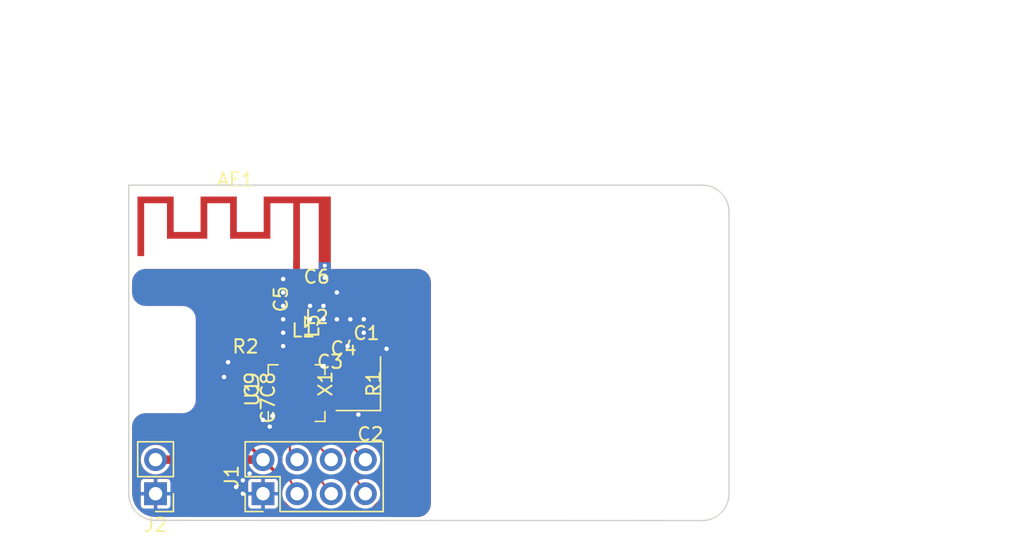
<source format=kicad_pcb>
(kicad_pcb (version 20201116) (generator pcbnew)
  (layers (0 "F.Cu" signal) (31 "B.Cu" signal) (34 "B.Paste" user) (35 "F.Paste" user) (36 "B.SilkS" user "B.Silkscreen") (37 "F.SilkS" user "F.Silkscreen") (38 "B.Mask" user) (39 "F.Mask" user) (44 "Edge.Cuts" user))
  (net 0 "")
  (net 1 "Net-(AE1-Pad1)")
  (net 2 "Net-(C1-Pad1)")
  (net 3 "EP")
  (net 4 "Net-(C2-Pad1)")
  (net 5 "Net-(C3-Pad2)")
  (net 6 "Net-(C5-Pad1)")
  (net 7 "VDD")
  (net 8 "Net-(C7-Pad1)")
  (net 9 "Net-(L1-Pad1)")
  (net 10 "Net-(L1-Pad2)")
  (net 11 "CE")
  (net 12 "Net-(R2-Pad2)")
  (net 13 "CSN")
  (net 14 "SCK")
  (net 15 "MOSI")
  (net 16 "MISO")
  (net 17 "IRQ")
  (footprint "Capacitor_SMD:C_0402_1005Metric" (layer "F.Cu") (at 55 102 180)
    (fp_text reference "C3" (at 0 -1.17) (layer "F.SilkS"))
    (fp_text value "2.2nF")
    (pad "1" smd roundrect (at -0.485 0 180) (size 0.59 0.64) (layers "F.Cu" "F.Paste" "F.Mask") (net 3 "EP"))
    (pad "2" smd roundrect (at 0.485 0 180) (size 0.59 0.64) (layers "F.Cu" "F.Paste" "F.Mask") (net 5 "Net-(C3-Pad2)"))
  )
  (footprint "Capacitor_SMD:C_0402_1005Metric" (layer "F.Cu") (at 48 104.9 -90)
    (fp_text reference "C9" (at 0 -1.17 90) (layer "F.SilkS"))
    (fp_text value "10nF")
    (pad "1" smd roundrect (at -0.485 0 270) (size 0.59 0.64) (layers "F.Cu" "F.Paste" "F.Mask") (net 3 "EP"))
    (pad "2" smd roundrect (at 0.485 0 270) (size 0.59 0.64) (layers "F.Cu" "F.Paste" "F.Mask") (net 7 "VDD"))
  )
  (footprint "Inductor_SMD:L_0402_1005Metric" (layer "F.Cu") (at 53 102)
    (fp_text reference "L1" (at 0 -1.17) (layer "F.SilkS"))
    (fp_text value "8.2nH")
    (pad "1" smd roundrect (at -0.485 0) (size 0.59 0.64) (layers "F.Cu" "F.Paste" "F.Mask") (net 9 "Net-(L1-Pad1)"))
    (pad "2" smd roundrect (at 0.485 0) (size 0.59 0.64) (layers "F.Cu" "F.Paste" "F.Mask") (net 10 "Net-(L1-Pad2)"))
  )
  (footprint "Resistor_SMD:R_0402_1005Metric" (layer "F.Cu") (at 59.4 104.8 90)
    (fp_text reference "R1" (at 0 -1.17 90) (layer "F.SilkS"))
    (fp_text value "DNP")
    (pad "1" smd roundrect (at -0.485 0 90) (size 0.59 0.64) (layers "F.Cu" "F.Paste" "F.Mask") (net 4 "Net-(C2-Pad1)"))
    (pad "2" smd roundrect (at 0.485 0 90) (size 0.59 0.64) (layers "F.Cu" "F.Paste" "F.Mask") (net 2 "Net-(C1-Pad1)"))
  )
  (footprint "buttonNRF24Board:hole1.8" (layer "F.Cu") (at 81.7 105.8)
    (fp_text reference "H4" hide)
    (fp_text value "MountingHole" hide)
    (pad "" np_thru_hole circle (at 0 0) (size 1.8 1.8) (drill 1.8) (layers F&B.Cu *.Mask))
  )
  (footprint "Capacitor_SMD:C_0402_1005Metric" (layer "F.Cu") (at 57.7 102.2)
    (fp_text reference "C1" (at 0 -1.17) (layer "F.SilkS"))
    (fp_text value "12pF")
    (pad "1" smd roundrect (at -0.485 0) (size 0.59 0.64) (layers "F.Cu" "F.Paste" "F.Mask") (net 2 "Net-(C1-Pad1)"))
    (pad "2" smd roundrect (at 0.485 0) (size 0.59 0.64) (layers "F.Cu" "F.Paste" "F.Mask") (net 3 "EP"))
  )
  (footprint "Capacitor_SMD:C_0402_1005Metric" (layer "F.Cu") (at 58 107.4 180)
    (fp_text reference "C2" (at 0 -1.17) (layer "F.SilkS"))
    (fp_text value "12pF")
    (pad "1" smd roundrect (at -0.485 0 180) (size 0.59 0.64) (layers "F.Cu" "F.Paste" "F.Mask") (net 4 "Net-(C2-Pad1)"))
    (pad "2" smd roundrect (at 0.485 0 180) (size 0.59 0.64) (layers "F.Cu" "F.Paste" "F.Mask") (net 3 "EP"))
  )
  (footprint "Crystal:Crystal_SMD_3225-4Pin_3.2x2.5mm" (layer "F.Cu") (at 57.1 104.8 90)
    (fp_text reference "X1" (at 0 -2.45 90) (layer "F.SilkS"))
    (fp_text value "16MHz")
    (fp_line (start -2 -1.65) (end -2 1.65) (layer "F.SilkS") (width 0.12))
    (fp_line (start -2 1.65) (end 2 1.65) (layer "F.SilkS") (width 0.12))
    (pad "1" smd rect (at -1.1 0.85 90) (size 1.4 1.2) (layers "F.Cu" "F.Paste" "F.Mask") (net 4 "Net-(C2-Pad1)"))
    (pad "2" smd rect (at 1.1 0.85 90) (size 1.4 1.2) (layers "F.Cu" "F.Paste" "F.Mask") (net 3 "EP"))
    (pad "3" smd rect (at 1.1 -0.85 90) (size 1.4 1.2) (layers "F.Cu" "F.Paste" "F.Mask") (net 2 "Net-(C1-Pad1)"))
    (pad "4" smd rect (at -1.1 -0.85 90) (size 1.4 1.2) (layers "F.Cu" "F.Paste" "F.Mask") (net 3 "EP"))
  )
  (footprint "Inductor_SMD:L_0402_1005Metric" (layer "F.Cu") (at 52.5 100.5 -90)
    (fp_text reference "L3" (at 0 -1.17 90) (layer "F.SilkS"))
    (fp_text value "3.9nH")
    (pad "1" smd roundrect (at -0.485 0 270) (size 0.59 0.64) (layers "F.Cu" "F.Paste" "F.Mask") (net 6 "Net-(C5-Pad1)"))
    (pad "2" smd roundrect (at 0.485 0 270) (size 0.59 0.64) (layers "F.Cu" "F.Paste" "F.Mask") (net 9 "Net-(L1-Pad1)"))
  )
  (footprint "Capacitor_SMD:C_0402_1005Metric" (layer "F.Cu") (at 49.2 104.9 -90)
    (fp_text reference "C8" (at 0 -1.17 90) (layer "F.SilkS"))
    (fp_text value "1nF")
    (pad "1" smd roundrect (at -0.485 0 270) (size 0.59 0.64) (layers "F.Cu" "F.Paste" "F.Mask") (net 3 "EP"))
    (pad "2" smd roundrect (at 0.485 0 270) (size 0.59 0.64) (layers "F.Cu" "F.Paste" "F.Mask") (net 7 "VDD"))
  )
  (footprint "Capacitor_SMD:C_0402_1005Metric" (layer "F.Cu") (at 56 101 180)
    (fp_text reference "C4" (at 0 -1.17) (layer "F.SilkS"))
    (fp_text value "4.7pF")
    (pad "1" smd roundrect (at -0.485 0 180) (size 0.59 0.64) (layers "F.Cu" "F.Paste" "F.Mask") (net 3 "EP"))
    (pad "2" smd roundrect (at 0.485 0 180) (size 0.59 0.64) (layers "F.Cu" "F.Paste" "F.Mask") (net 5 "Net-(C3-Pad2)"))
  )
  (footprint "Resistor_SMD:R_0402_1005Metric" (layer "F.Cu") (at 48.7 103.2)
    (fp_text reference "R2" (at 0 -1.17) (layer "F.SilkS"))
    (fp_text value "22k")
    (pad "1" smd roundrect (at -0.485 0) (size 0.59 0.64) (layers "F.Cu" "F.Paste" "F.Mask") (net 3 "EP"))
    (pad "2" smd roundrect (at 0.485 0) (size 0.59 0.64) (layers "F.Cu" "F.Paste" "F.Mask") (net 12 "Net-(R2-Pad2)"))
  )
  (footprint "RF_Antenna:Texas_SWRA117D_2.4GHz_Left" (layer "F.Cu") (at 52.5 96)
    (fp_text reference "AE1" (at -4.55 -6.41) (layer "F.SilkS"))
    (fp_text value "Antenna")
    (fp_poly (pts (xy -2.45 -2.51) (xy -4.45 -2.51) (xy -4.45 -5.15) (xy -7.15 -5.15) (xy -7.15 -2.51) (xy -9.15 -2.51) (xy -9.15 -5.15) (xy -11.85 -5.15) (xy -11.85 -0.71) (xy -11.35 -0.71) (xy -11.35 -4.65) (xy -9.65 -4.65) (xy -9.65 -2.01) (xy -6.65 -2.01) (xy -6.65 -4.65) (xy -4.95 -4.65) (xy -4.95 -2.01) (xy -1.95 -2.01) (xy -1.95 -4.65) (xy -0.25 -4.65) (xy -0.25 0.25) (xy 0.25 0.25) (xy 0.25 -4.65) (xy 1.65 -4.65) (xy 1.65 0.25) (xy 2.55 0.25) (xy 2.55 0.006785) (xy 2.247583 0.006785) (xy 2.237742 0.054395) (xy 2.213674 0.096797) (xy 2.175731 0.129581) (xy 2.167819 0.133935) (xy 2.125156 0.146043) (xy 2.076637 0.1453) (xy 2.031122 0.1324) (xy 2.012511 0.121787) (xy 1.978868 0.086553) (xy 1.958309 0.041368) (xy 1.951778 -0.008158) (xy 1.960218 -0.056417) (xy 1.977112 -0.088643) (xy 2.012372 -0.121313) (xy 2.057682 -0.141408) (xy 2.107267 -0.147982) (xy 2.155353 -0.140092) (xy 2.188245 -0.123186) (xy 2.223185 -0.086416) (xy 2.242847 -0.041622) (xy 2.247583 0.006785) (xy 2.55 0.006785) (xy 2.55 -5.15) (xy -2.45 -5.15) (xy -2.45 -2.51)) (layer "F.Cu") (width 0) (fill solid))
    (pad "1" connect rect (at 0 0) (size 0.5 0.5) (layers "F.Cu") (net 1 "Net-(AE1-Pad1)"))
    (pad "2" thru_hole rect (at 2.1 0) (size 0.9 0.5) (drill 0.3) (layers *.Cu) (net 3 "EP"))
  )
  (footprint "Capacitor_SMD:C_0402_1005Metric" (layer "F.Cu") (at 54 98)
    (fp_text reference "C6" (at 0 -1.17) (layer "F.SilkS"))
    (fp_text value "1.0pF")
    (pad "1" smd roundrect (at -0.485 0) (size 0.59 0.64) (layers "F.Cu" "F.Paste" "F.Mask") (net 1 "Net-(AE1-Pad1)"))
    (pad "2" smd roundrect (at 0.485 0) (size 0.59 0.64) (layers "F.Cu" "F.Paste" "F.Mask") (net 3 "EP"))
  )
  (footprint "buttonNRF24Board:hole1.8" (layer "F.Cu") (at 43 104.65)
    (fp_text reference "H2" hide)
    (fp_text value "MountingHole" hide)
    (pad "" np_thru_hole circle (at 0 0) (size 1.8 1.8) (drill 1.8) (layers F&B.Cu *.Mask))
  )
  (footprint "Connector_PinHeader_2.54mm:PinHeader_2x04_P2.54mm_Vertical" (layer "F.Cu") (at 50 113 90)
    (fp_text reference "J1" (at 1.27 -2.33 90) (layer "F.SilkS"))
    (fp_text value "INTERFACE")
    (fp_line (start -1.33 0) (end -1.33 -1.33) (layer "F.SilkS") (width 0.12))
    (fp_line (start -1.33 8.95) (end 3.87 8.95) (layer "F.SilkS") (width 0.12))
    (fp_line (start -1.33 1.27) (end 1.27 1.27) (layer "F.SilkS") (width 0.12))
    (fp_line (start 1.27 -1.33) (end 3.87 -1.33) (layer "F.SilkS") (width 0.12))
    (fp_line (start 1.27 1.27) (end 1.27 -1.33) (layer "F.SilkS") (width 0.12))
    (fp_line (start 3.87 -1.33) (end 3.87 8.95) (layer "F.SilkS") (width 0.12))
    (fp_line (start -1.33 -1.33) (end 0 -1.33) (layer "F.SilkS") (width 0.12))
    (fp_line (start -1.33 1.27) (end -1.33 8.95) (layer "F.SilkS") (width 0.12))
    (pad "1" thru_hole rect (at 0 0 90) (size 1.7 1.7) (drill 1) (layers *.Cu *.Mask) (net 3 "EP"))
    (pad "2" thru_hole oval (at 2.54 0 90) (size 1.7 1.7) (drill 1) (layers *.Cu *.Mask) (net 7 "VDD"))
    (pad "3" thru_hole oval (at 0 2.54 90) (size 1.7 1.7) (drill 1) (layers *.Cu *.Mask) (net 11 "CE"))
    (pad "4" thru_hole oval (at 2.54 2.54 90) (size 1.7 1.7) (drill 1) (layers *.Cu *.Mask) (net 13 "CSN"))
    (pad "5" thru_hole oval (at 0 5.08 90) (size 1.7 1.7) (drill 1) (layers *.Cu *.Mask) (net 14 "SCK"))
    (pad "6" thru_hole oval (at 2.54 5.08 90) (size 1.7 1.7) (drill 1) (layers *.Cu *.Mask) (net 15 "MOSI"))
    (pad "7" thru_hole oval (at 0 7.62 90) (size 1.7 1.7) (drill 1) (layers *.Cu *.Mask) (net 16 "MISO"))
    (pad "8" thru_hole oval (at 2.54 7.62 90) (size 1.7 1.7) (drill 1) (layers *.Cu *.Mask) (net 17 "IRQ"))
  )
  (footprint "Inductor_SMD:L_0402_1005Metric" (layer "F.Cu") (at 54 101)
    (fp_text reference "L2" (at 0 -1.17) (layer "F.SilkS"))
    (fp_text value "2.7nH")
    (pad "1" smd roundrect (at -0.485 0) (size 0.59 0.64) (layers "F.Cu" "F.Paste" "F.Mask") (net 10 "Net-(L1-Pad2)"))
    (pad "2" smd roundrect (at 0.485 0) (size 0.59 0.64) (layers "F.Cu" "F.Paste" "F.Mask") (net 5 "Net-(C3-Pad2)"))
  )
  (footprint "Capacitor_SMD:C_0402_1005Metric" (layer "F.Cu") (at 49.2 106.8 -90)
    (fp_text reference "C7" (at 0 -1.17 90) (layer "F.SilkS"))
    (fp_text value "33nF")
    (pad "1" smd roundrect (at -0.485 0 270) (size 0.59 0.64) (layers "F.Cu" "F.Paste" "F.Mask") (net 8 "Net-(C7-Pad1)"))
    (pad "2" smd roundrect (at 0.485 0 270) (size 0.59 0.64) (layers "F.Cu" "F.Paste" "F.Mask") (net 3 "EP"))
  )
  (footprint "Package_DFN_QFN:QFN-20-1EP_4x4mm_P0.5mm_EP2.5x2.5mm" (layer "F.Cu") (at 52.5 105.5 90)
    (fp_text reference "U1" (at 0 -3.3 90) (layer "F.SilkS"))
    (fp_text value "NRF24L01")
    (fp_line (start 2.11 -2.11) (end 2.11 -1.385) (layer "F.SilkS") (width 0.12))
    (fp_line (start -2.11 2.11) (end -2.11 1.385) (layer "F.SilkS") (width 0.12))
    (fp_line (start 2.11 2.11) (end 2.11 1.385) (layer "F.SilkS") (width 0.12))
    (fp_line (start 1.385 2.11) (end 2.11 2.11) (layer "F.SilkS") (width 0.12))
    (fp_line (start -1.385 2.11) (end -2.11 2.11) (layer "F.SilkS") (width 0.12))
    (fp_line (start 1.385 -2.11) (end 2.11 -2.11) (layer "F.SilkS") (width 0.12))
    (fp_line (start -1.385 -2.11) (end -2.11 -2.11) (layer "F.SilkS") (width 0.12))
    (pad "1" smd roundrect (at -1.9375 -1 90) (size 0.825 0.25) (layers "F.Cu" "F.Paste" "F.Mask") (net 11 "CE"))
    (pad "2" smd roundrect (at -1.9375 -0.5 90) (size 0.825 0.25) (layers "F.Cu" "F.Paste" "F.Mask") (net 13 "CSN"))
    (pad "3" smd roundrect (at -1.9375 0 90) (size 0.825 0.25) (layers "F.Cu" "F.Paste" "F.Mask") (net 14 "SCK"))
    (pad "4" smd roundrect (at -1.9375 0.5 90) (size 0.825 0.25) (layers "F.Cu" "F.Paste" "F.Mask") (net 15 "MOSI"))
    (pad "5" smd roundrect (at -1.9375 1 90) (size 0.825 0.25) (layers "F.Cu" "F.Paste" "F.Mask") (net 16 "MISO"))
    (pad "6" smd roundrect (at -1 1.9375 90) (size 0.25 0.825) (layers "F.Cu" "F.Paste" "F.Mask") (net 17 "IRQ"))
    (pad "7" smd roundrect (at -0.5 1.9375 90) (size 0.25 0.825) (layers "F.Cu" "F.Paste" "F.Mask") (net 7 "VDD"))
    (pad "8" smd roundrect (at 0 1.9375 90) (size 0.25 0.825) (layers "F.Cu" "F.Paste" "F.Mask") (net 3 "EP"))
    (pad "9" smd roundrect (at 0.5 1.9375 90) (size 0.25 0.825) (layers "F.Cu" "F.Paste" "F.Mask") (net 4 "Net-(C2-Pad1)"))
    (pad "10" smd roundrect (at 1 1.9375 90) (size 0.25 0.825) (layers "F.Cu" "F.Paste" "F.Mask") (net 2 "Net-(C1-Pad1)"))
    (pad "11" smd roundrect (at 1.9375 1 90) (size 0.825 0.25) (layers "F.Cu" "F.Paste" "F.Mask") (net 5 "Net-(C3-Pad2)"))
    (pad "12" smd roundrect (at 1.9375 0.5 90) (size 0.825 0.25) (layers "F.Cu" "F.Paste" "F.Mask") (net 10 "Net-(L1-Pad2)"))
    (pad "13" smd roundrect (at 1.9375 0 90) (size 0.825 0.25) (layers "F.Cu" "F.Paste" "F.Mask") (net 9 "Net-(L1-Pad1)"))
    (pad "14" smd roundrect (at 1.9375 -0.5 90) (size 0.825 0.25) (layers "F.Cu" "F.Paste" "F.Mask") (net 3 "EP"))
    (pad "15" smd roundrect (at 1.9375 -1 90) (size 0.825 0.25) (layers "F.Cu" "F.Paste" "F.Mask") (net 7 "VDD"))
    (pad "16" smd roundrect (at 1 -1.9375 90) (size 0.25 0.825) (layers "F.Cu" "F.Paste" "F.Mask") (net 12 "Net-(R2-Pad2)"))
    (pad "17" smd roundrect (at 0.5 -1.9375 90) (size 0.25 0.825) (layers "F.Cu" "F.Paste" "F.Mask") (net 3 "EP"))
    (pad "18" smd roundrect (at 0 -1.9375 90) (size 0.25 0.825) (layers "F.Cu" "F.Paste" "F.Mask") (net 7 "VDD"))
    (pad "19" smd roundrect (at -0.5 -1.9375 90) (size 0.25 0.825) (layers "F.Cu" "F.Paste" "F.Mask") (net 8 "Net-(C7-Pad1)"))
    (pad "20" smd roundrect (at -1 -1.9375 90) (size 0.25 0.825) (layers "F.Cu" "F.Paste" "F.Mask") (net 3 "EP"))
    (pad "21" smd roundrect (at 0 0 90) (size 2.5 2.5) (layers "F.Cu" "F.Mask") (roundrect_rratio 0.1) (net 3 "EP"))
  )
  (footprint "Capacitor_SMD:C_0402_1005Metric" (layer "F.Cu") (at 52.5 98.5 90)
    (fp_text reference "C5" (at 0 -1.17 90) (layer "F.SilkS"))
    (fp_text value "1.5pF")
    (pad "1" smd roundrect (at -0.485 0 90) (size 0.59 0.64) (layers "F.Cu" "F.Paste" "F.Mask") (net 6 "Net-(C5-Pad1)"))
    (pad "2" smd roundrect (at 0.485 0 90) (size 0.59 0.64) (layers "F.Cu" "F.Paste" "F.Mask") (net 1 "Net-(AE1-Pad1)"))
  )
  (footprint "Connector_PinHeader_2.54mm:PinHeader_1x02_P2.54mm_Vertical" (layer "F.Cu") (at 42 113 180)
    (fp_text reference "J2" (at 0 -2.33) (layer "F.SilkS"))
    (fp_text value "2SAA")
    (fp_line (start -1.33 0) (end -1.33 -1.33) (layer "F.SilkS") (width 0.12))
    (fp_line (start -1.33 3.87) (end 1.33 3.87) (layer "F.SilkS") (width 0.12))
    (fp_line (start -1.33 1.27) (end 1.33 1.27) (layer "F.SilkS") (width 0.12))
    (fp_line (start -1.33 1.27) (end -1.33 3.87) (layer "F.SilkS") (width 0.12))
    (fp_line (start -1.33 -1.33) (end 0 -1.33) (layer "F.SilkS") (width 0.12))
    (fp_line (start 1.33 1.27) (end 1.33 3.87) (layer "F.SilkS") (width 0.12))
    (pad "1" thru_hole rect (at 0 0 180) (size 1.7 1.7) (drill 1) (layers *.Cu *.Mask) (net 3 "EP"))
    (pad "2" thru_hole oval (at 0 2.54 180) (size 1.7 1.7) (drill 1) (layers *.Cu *.Mask) (net 7 "VDD"))
  )
  (footprint "buttonNRF24Board:hole2.2" (layer "F.Cu") (at 81.7 109.3)
    (fp_text reference "H3" hide)
    (fp_text value "MountingHole" hide)
    (pad "" np_thru_hole circle (at 0 0) (size 2.2 2.2) (drill 2.2) (layers F&B.Cu *.Mask))
  )
  (footprint "buttonNRF24Board:hole2.2" (layer "F.Cu") (at 43 101.15)
    (fp_text reference "H1" hide)
    (fp_text value "MountingHole" hide)
    (pad "" np_thru_hole circle (at 0 0) (size 2.2 2.2) (drill 2.2) (layers F&B.Cu *.Mask))
  )
  (gr_arc (start 42 112.985786) (end 42 114.985786) (angle 90) (layer "Edge.Cuts") (width 0.1))
  (gr_line (start 40 112.985786) (end 40 90) (layer "Edge.Cuts") (width 0.1))
  (gr_arc (start 82.7 92) (end 84.7 92) (angle -90) (layer "Edge.Cuts") (width 0.1))
  (gr_arc (start 82.7 113) (end 84.7 113) (angle 90) (layer "Edge.Cuts") (width 0.1))
  (gr_line (start 40 90) (end 82.7 90) (layer "Edge.Cuts") (width 0.1))
  (gr_line (start 84.7 92) (end 84.7 113) (layer "Edge.Cuts") (width 0.1))
  (gr_line (start 82.7 115) (end 42 114.985786) (layer "Edge.Cuts") (width 0.1))
  (segment (start 53.5 98.015) (end 53.515 98) (width 0.254) (layer "F.Cu") (net 1))
  (segment (start 52.5 98.015) (end 53.5 98.015) (width 0.254) (layer "F.Cu") (net 1))
  (segment (start 52.5 96) (end 52.5 98.015) (width 0.254) (layer "F.Cu") (net 1))
  (segment (start 56.9 102.735) (end 56.25 103.7) (width 0.254) (layer "F.Cu") (net 2))
  (segment (start 57.215 102.2) (end 56.9 102.735) (width 0.254) (layer "F.Cu") (net 2))
  (segment (start 59.4 104.315) (end 59.08639 104.62861) (width 0.1524) (layer "F.Cu") (net 2))
  (segment (start 59.08639 104.62861) (end 57.17861 104.62861) (width 0.1524) (layer "F.Cu") (net 2))
  (segment (start 55.2 104.4) (end 56.25 103.7) (width 0.1524) (layer "F.Cu") (net 2))
  (segment (start 57.17861 104.62861) (end 56.25 103.7) (width 0.1524) (layer "F.Cu") (net 2))
  (segment (start 54.4375 104.5) (end 55.2 104.4) (width 0.1524) (layer "F.Cu") (net 2))
  (segment (start 51.5 102) (end 52 102.5) (width 0.254) (layer "F.Cu") (net 3))
  (segment (start 52 102.5) (end 52 103.5625) (width 0.254) (layer "F.Cu") (net 3))
  (segment (start 54.6 96.9) (end 54.6 97.885) (width 0.254) (layer "F.Cu") (net 3))
  (segment (start 49.221058 104.415) (end 49.806058 105) (width 0.254) (layer "F.Cu") (net 3))
  (segment (start 51.5 106.5) (end 52.5 105.5) (width 0.25) (layer "F.Cu") (net 3))
  (segment (start 47.885 104.3) (end 48 104.415) (width 0.254) (layer "F.Cu") (net 3))
  (segment (start 47.1 104.3) (end 47.885 104.3) (width 0.254) (layer "F.Cu") (net 3))
  (segment (start 56.25 106.135) (end 57.515 107.4) (width 0.254) (layer "F.Cu") (net 3))
  (segment (start 55.485 102) (end 55.2 102.6) (width 0.1524) (layer "F.Cu") (net 3))
  (segment (start 55.85 105.5) (end 56.25 105.9) (width 0.254) (layer "F.Cu") (net 3))
  (segment (start 54.6 97.885) (end 54.485 98) (width 0.254) (layer "F.Cu") (net 3))
  (segment (start 50.5625 106.5) (end 51.5 106.5) (width 0.25) (layer "F.Cu") (net 3))
  (segment (start 49.806058 105) (end 50.5625 105) (width 0.254) (layer "F.Cu") (net 3))
  (segment (start 56.25 105.9) (end 56.25 106.135) (width 0.254) (layer "F.Cu") (net 3))
  (segment (start 55.2 102.6) (end 54.5 103.5) (width 0.1524) (layer "F.Cu") (net 3))
  (segment (start 52 105) (end 52.5 105.5) (width 0.25) (layer "F.Cu") (net 3))
  (segment (start 54.6 96) (end 54.6 96.9) (width 0.254) (layer "F.Cu") (net 3))
  (segment (start 54.4375 105.5) (end 55.85 105.5) (width 0.254) (layer "F.Cu") (net 3))
  (segment (start 50.5625 105) (end 52 105) (width 0.25) (layer "F.Cu") (net 3))
  (segment (start 49.2 104.415) (end 49.221058 104.415) (width 0.254) (layer "F.Cu") (net 3))
  (segment (start 55.485 102) (end 56.5 102) (width 0.254) (layer "F.Cu") (net 3))
  (via (at 51.5 102) (size 0.6858) (drill 0.3302) (layers "F.Cu" "B.Cu") (net 3))
  (via (at 48.5 112) (size 0.6858) (drill 0.3302) (layers "F.Cu" "B.Cu") (net 3))
  (via (at 53.5 99) (size 0.6858) (drill 0.3302) (layers "F.Cu" "B.Cu") (net 3))
  (via (at 56.3 102) (size 0.6858) (drill 0.3302) (layers "F.Cu" "B.Cu") (net 3))
  (via (at 53.5 100) (size 0.6858) (drill 0.3302) (layers "F.Cu" "B.Cu") (net 3))
  (via (at 54.6 96.9) (size 0.6858) (drill 0.3302) (layers "F.Cu" "B.Cu") (net 3))
  (via (at 57.1 107.1) (size 0.6858) (drill 0.3302) (layers "F.Cu" "B.Cu") (net 3))
  (via (at 56.5 100) (size 0.6858) (drill 0.3302) (layers "F.Cu" "B.Cu") (net 3))
  (via (at 49 111.5) (size 0.6858) (drill 0.3302) (layers "F.Cu" "B.Cu") (net 3))
  (via (at 59.2 102.2) (size 0.6858) (drill 0.3302) (layers "F.Cu" "B.Cu") (net 3))
  (via (at 50 107.5) (size 0.6858) (drill 0.3302) (layers "F.Cu" "B.Cu") (net 3))
  (via (at 55.5 98) (size 0.6858) (drill 0.3302) (layers "F.Cu" "B.Cu") (net 3))
  (via (at 51.5 101) (size 0.6858) (drill 0.3302) (layers "F.Cu" "B.Cu") (net 3))
  (via (at 54.5 103.5) (size 0.6858) (drill 0.3302) (layers "F.Cu" "B.Cu") (net 3))
  (via (at 50.5 108) (size 0.6858) (drill 0.3302) (layers "F.Cu" "B.Cu") (net 3))
  (via (at 51.5 98) (size 0.6858) (drill 0.3302) (layers "F.Cu" "B.Cu") (net 3))
  (via (at 54.5 100) (size 0.6858) (drill 0.3302) (layers "F.Cu" "B.Cu") (net 3))
  (via (at 57.5 101) (size 0.6858) (drill 0.3302) (layers "F.Cu" "B.Cu") (net 3))
  (via (at 47.1 104.3) (size 0.6858) (drill 0.3302) (layers "F.Cu" "B.Cu") (net 3))
  (via (at 57.5 100) (size 0.6858) (drill 0.3302) (layers "F.Cu" "B.Cu") (net 3))
  (via (at 48.5 113) (size 0.6858) (drill 0.3302) (layers "F.Cu" "B.Cu") (net 3))
  (via (at 47.4 103.2) (size 0.6858) (drill 0.3302) (layers "F.Cu" "B.Cu") (net 3))
  (via (at 51.5 97) (size 0.6858) (drill 0.3302) (layers "F.Cu" "B.Cu") (net 3))
  (via (at 50.7 107.2) (size 0.6858) (drill 0.3302) (layers "F.Cu" "B.Cu") (net 3))
  (via (at 51.5 100) (size 0.6858) (drill 0.3302) (layers "F.Cu" "B.Cu") (net 3))
  (via (at 51.5 99) (size 0.6858) (drill 0.3302) (layers "F.Cu" "B.Cu") (net 3))
  (via (at 54.5 99) (size 0.6858) (drill 0.3302) (layers "F.Cu" "B.Cu") (net 3))
  (via (at 48 112.5) (size 0.6858) (drill 0.3302) (layers "F.Cu" "B.Cu") (net 3))
  (via (at 55.5 100) (size 0.6858) (drill 0.3302) (layers "F.Cu" "B.Cu") (net 3))
  (segment (start 54.6 96) (end 54.6 97.1) (width 0.254) (layer "B.Cu") (net 3))
  (segment (start 57.1 105) (end 57.877576 105.899999) (width 0.1524) (layer "F.Cu") (net 4))
  (segment (start 56.493933 104.875001) (end 57.1 105) (width 0.1524) (layer "F.Cu") (net 4))
  (segment (start 54.4375 105) (end 55 105) (width 0.1524) (layer "F.Cu") (net 4))
  (segment (start 55.675001 104.875001) (end 56.493933 104.875001) (width 0.1524) (layer "F.Cu") (net 4))
  (segment (start 58.35 106.3) (end 58.35 107.265) (width 0.254) (layer "F.Cu") (net 4))
  (segment (start 57.95 105.899999) (end 57.95 105.9) (width 0.1524) (layer "F.Cu") (net 4))
  (segment (start 58.35 107.265) (end 58.485 107.4) (width 0.254) (layer "F.Cu") (net 4))
  (segment (start 57.877576 105.899999) (end 57.95 105.899999) (width 0.1524) (layer "F.Cu") (net 4))
  (segment (start 55 105) (end 55.675001 104.875001) (width 0.1524) (layer "F.Cu") (net 4))
  (segment (start 59.4 105.285) (end 58.8 105.5) (width 0.254) (layer "F.Cu") (net 4))
  (segment (start 57.95 105.9) (end 58.35 106.3) (width 0.254) (layer "F.Cu") (net 4))
  (segment (start 58.8 105.5) (end 57.95 105.9) (width 0.254) (layer "F.Cu") (net 4))
  (segment (start 54.506213 101.021213) (end 54.512022 101.024371) (width 0.254) (layer "F.Cu") (net 5))
  (segment (start 54.485 101) (end 55.515 101) (width 0.254) (layer "F.Cu") (net 5))
  (segment (start 54.512022 101.024371) (end 54.515 101.027349) (width 0.254) (layer "F.Cu") (net 5))
  (segment (start 54.485 101) (end 54.506213 101.021213) (width 0.254) (layer "F.Cu") (net 5))
  (segment (start 54.515 101.68) (end 54.515 102) (width 0.254) (layer "F.Cu") (net 5))
  (segment (start 54.515 101.027349) (end 54.515 101.68) (width 0.254) (layer "F.Cu") (net 5))
  (segment (start 53.5 103.5625) (end 53.5 103.015) (width 0.254) (layer "F.Cu") (net 5))
  (segment (start 53.5 103.015) (end 54.515 102) (width 0.254) (layer "F.Cu") (net 5))
  (segment (start 52.5 98.985) (end 52.5 100.015) (width 0.254) (layer "F.Cu") (net 6))
  (segment (start 50 110.46) (end 48 108.46) (width 0.254) (layer "F.Cu") (net 7))
  (segment (start 47.15 102.15) (end 49.137234 102.137234) (width 0.254) (layer "F.Cu") (net 7))
  (segment (start 56.9 108.6) (end 58.7 109.1) (width 0.254) (layer "F.Cu") (net 7))
  (segment (start 49.2 105.385) (end 49.315 105.5) (width 0.254) (layer "F.Cu") (net 7))
  (segment (start 48.72 109.18) (end 48 105.385) (width 0.254) (layer "F.Cu") (net 7))
  (segment (start 55.6 107.7) (end 56.9 108.6) (width 0.254) (layer "F.Cu") (net 7))
  (segment (start 46.3 103) (end 47.15 102.15) (width 0.254) (layer "F.Cu") (net 7))
  (segment (start 55.2 106) (end 55.3 107.1) (width 0.254) (layer "F.Cu") (net 7))
  (segment (start 59.1 113.191514) (end 57.891514 114.4) (width 0.254) (layer "F.Cu") (net 7))
  (segment (start 58.7 109.1) (end 59.1 109.5) (width 0.254) (layer "F.Cu") (net 7))
  (segment (start 48 108.46) (end 46.3 104.4) (width 0.254) (layer "F.Cu") (net 7))
  (segment (start 46.3 104.4) (end 46.3 103) (width 0.254) (layer "F.Cu") (net 7))
  (segment (start 42 110.46) (end 50 110.46) (width 0.635) (layer "F.Cu") (net 7))
  (segment (start 54.4375 106) (end 55.2 106) (width 0.254) (layer "F.Cu") (net 7))
  (segment (start 49.315 105.5) (end 50.5625 105.5) (width 0.254) (layer "F.Cu") (net 7))
  (segment (start 49.137234 102.137234) (end 51.5 103.5625) (width 0.254) (layer "F.Cu") (net 7))
  (segment (start 51.3 111.76) (end 50 110.46) (width 0.254) (layer "F.Cu") (net 7))
  (segment (start 57.891514 114.4) (end 52.268486 114.4) (width 0.254) (layer "F.Cu") (net 7))
  (segment (start 59.1 109.5) (end 59.1 113.191514) (width 0.254) (layer "F.Cu") (net 7))
  (segment (start 55.3 107.1) (end 55.6 107.7) (width 0.254) (layer "F.Cu") (net 7))
  (segment (start 48 105.385) (end 49.2 105.385) (width 0.254) (layer "F.Cu") (net 7))
  (segment (start 51.3 113.431514) (end 51.3 111.76) (width 0.254) (layer "F.Cu") (net 7))
  (segment (start 52.268486 114.4) (end 51.3 113.431514) (width 0.254) (layer "F.Cu") (net 7))
  (segment (start 50.1 106) (end 49.2 106.315) (width 0.254) (layer "F.Cu") (net 8))
  (segment (start 50.5625 106) (end 50.1 106) (width 0.254) (layer "F.Cu") (net 8))
  (segment (start 52.5 101.985) (end 52.515 102) (width 0.254) (layer "F.Cu") (net 9))
  (segment (start 52.5 100.985) (end 52.5 101.985) (width 0.254) (layer "F.Cu") (net 9))
  (segment (start 52.5 103.5625) (end 52.5 102.015) (width 0.254) (layer "F.Cu") (net 9))
  (segment (start 52.5 102.015) (end 52.515 102) (width 0.254) (layer "F.Cu") (net 9))
  (segment (start 53.515 101) (end 53.493787 101.021213) (width 0.254) (layer "F.Cu") (net 10))
  (segment (start 53.481517 102.251755) (end 53.485 102.119107) (width 0.254) (layer "F.Cu") (net 10))
  (segment (start 53 103.5625) (end 53 102.805) (width 0.254) (layer "F.Cu") (net 10))
  (segment (start 53.493787 101.021213) (end 53.487978 101.024371) (width 0.254) (layer "F.Cu") (net 10))
  (segment (start 53 102.805) (end 53.342947 102.462053) (width 0.254) (layer "F.Cu") (net 10))
  (segment (start 53.386759 102.415877) (end 53.481517 102.251755) (width 0.254) (layer "F.Cu") (net 10))
  (segment (start 53.342947 102.462053) (end 53.386759 102.415877) (width 0.254) (layer "F.Cu") (net 10))
  (segment (start 53.485 101.68) (end 53.485 102) (width 0.254) (layer "F.Cu") (net 10))
  (segment (start 53.487978 101.024371) (end 53.485 101.027349) (width 0.254) (layer "F.Cu") (net 10))
  (segment (start 53.485 102.119107) (end 53.485 102) (width 0.254) (layer "F.Cu") (net 10))
  (segment (start 53.485 101.027349) (end 53.485 101.68) (width 0.254) (layer "F.Cu") (net 10))
  (segment (start 51.375 110.725) (end 52.54 113) (width 0.1524) (layer "F.Cu") (net 11))
  (segment (start 51.5 107.4375) (end 51.375 108.675) (width 0.1524) (layer "F.Cu") (net 11))
  (segment (start 51.375 108.675) (end 51.375 110.725) (width 0.1524) (layer "F.Cu") (net 11))
  (segment (start 49.2625 103.2) (end 50.5625 104.5) (width 0.254) (layer "F.Cu") (net 12))
  (segment (start 49.185 103.2) (end 49.2625 103.2) (width 0.254) (layer "F.Cu") (net 12))
  (segment (start 52 109.92) (end 52.54 110.46) (width 0.1524) (layer "F.Cu") (net 13))
  (segment (start 52 107.4375) (end 52 109.92) (width 0.1524) (layer "F.Cu") (net 13))
  (segment (start 52.6 108.3) (end 53.725 110.175) (width 0.1524) (layer "F.Cu") (net 14))
  (segment (start 54.431461 112.168539) (end 55.08 113) (width 0.1524) (layer "F.Cu") (net 14))
  (segment (start 53.725 110.175) (end 54.431461 112.168539) (width 0.1524) (layer "F.Cu") (net 14))
  (segment (start 52.5 107.4375) (end 52.6 108.3) (width 0.1524) (layer "F.Cu") (net 14))
  (segment (start 53 107.4375) (end 53 108.2) (width 0.1524) (layer "F.Cu") (net 15))
  (segment (start 53 108.2) (end 55.08 110.46) (width 0.1524) (layer "F.Cu") (net 15))
  (segment (start 57 112) (end 56.2 110.2) (width 0.1524) (layer "F.Cu") (net 16))
  (segment (start 56.2 110.2) (end 56 109.7) (width 0.1524) (layer "F.Cu") (net 16))
  (segment (start 57.62 113) (end 57 112) (width 0.1524) (layer "F.Cu") (net 16))
  (segment (start 53.6 107.9) (end 53.5 107.4375) (width 0.1524) (layer "F.Cu") (net 16))
  (segment (start 56 109.7) (end 53.6 107.9) (width 0.1524) (layer "F.Cu") (net 16))
  (segment (start 54.4375 106.5) (end 54.7 107.3) (width 0.1524) (layer "F.Cu") (net 17))
  (segment (start 54.7 107.3) (end 55.233333 108.166667) (width 0.1524) (layer "F.Cu") (net 17))
  (segment (start 55.233333 108.166667) (end 57.62 110.46) (width 0.1524) (layer "F.Cu") (net 17))
  (zone (net 3) (net_name "EP") (layers F&B.Cu) (connect_pads (clearance 0.254)) (min_thickness 0.1524) (fill yes (thermal_gap 0.254) (thermal_bridge_width 0.254) (smoothing fillet) (radius 1))
    (polygon (pts (xy 62.5 115) (xy 40 115) (xy 40 107) (xy 45 107) (xy 45 99) (xy 40 99) (xy 40 96.25) (xy 62.5 96.25)))
  )
)
</source>
